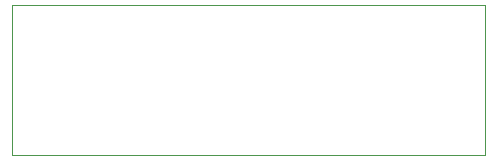
<source format=gbr>
%TF.GenerationSoftware,KiCad,Pcbnew,7.0.9*%
%TF.CreationDate,2023-12-01T13:47:35+01:00*%
%TF.ProjectId,usb-temp,7573622d-7465-46d7-902e-6b696361645f,rev?*%
%TF.SameCoordinates,Original*%
%TF.FileFunction,Profile,NP*%
%FSLAX46Y46*%
G04 Gerber Fmt 4.6, Leading zero omitted, Abs format (unit mm)*
G04 Created by KiCad (PCBNEW 7.0.9) date 2023-12-01 13:47:35*
%MOMM*%
%LPD*%
G01*
G04 APERTURE LIST*
%TA.AperFunction,Profile*%
%ADD10C,0.100000*%
%TD*%
G04 APERTURE END LIST*
D10*
X40000000Y0D02*
X40000000Y-12700000D01*
X40000000Y0D02*
X0Y0D01*
X0Y-12700000D02*
X40000000Y-12700000D01*
X0Y0D02*
X0Y-12700000D01*
M02*

</source>
